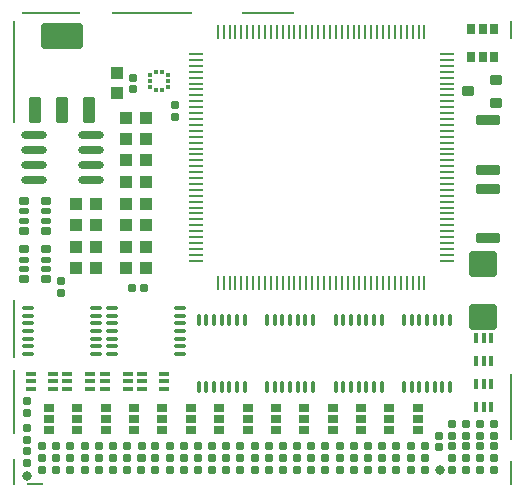
<source format=gtp>
G04*
G04 #@! TF.GenerationSoftware,Altium Limited,Altium Designer,25.1.2 (22)*
G04*
G04 Layer_Color=8421504*
%FSLAX25Y25*%
%MOIN*%
G70*
G04*
G04 #@! TF.SameCoordinates,316953A7-4FD3-42A9-9A14-D5A5DAD0ED6E*
G04*
G04*
G04 #@! TF.FilePolarity,Positive*
G04*
G01*
G75*
%ADD18R,0.00787X0.21260*%
%ADD19R,0.00787X0.09055*%
%ADD20R,0.00787X0.19685*%
%ADD21R,0.00787X0.07874*%
%ADD22R,0.19685X0.00787*%
%ADD23R,0.26772X0.00787*%
%ADD24R,0.17717X0.00787*%
%ADD25R,0.00787X0.22441*%
%ADD26R,0.00787X0.06299*%
%ADD27R,0.05512X0.00787*%
%ADD28R,0.00787X0.33858*%
%ADD29O,0.00866X0.05118*%
%ADD30O,0.05118X0.00866*%
G04:AMPARAMS|DCode=31|XSize=35.43mil|YSize=37.4mil|CornerRadius=3.54mil|HoleSize=0mil|Usage=FLASHONLY|Rotation=90.000|XOffset=0mil|YOffset=0mil|HoleType=Round|Shape=RoundedRectangle|*
%AMROUNDEDRECTD31*
21,1,0.03543,0.03032,0,0,90.0*
21,1,0.02835,0.03740,0,0,90.0*
1,1,0.00709,0.01516,0.01417*
1,1,0.00709,0.01516,-0.01417*
1,1,0.00709,-0.01516,-0.01417*
1,1,0.00709,-0.01516,0.01417*
%
%ADD31ROUNDEDRECTD31*%
G04:AMPARAMS|DCode=32|XSize=35.43mil|YSize=37.4mil|CornerRadius=3.54mil|HoleSize=0mil|Usage=FLASHONLY|Rotation=90.000|XOffset=0mil|YOffset=0mil|HoleType=Round|Shape=RoundedRectangle|*
%AMROUNDEDRECTD32*
21,1,0.03543,0.03032,0,0,90.0*
21,1,0.02835,0.03740,0,0,90.0*
1,1,0.00709,0.01516,0.01417*
1,1,0.00709,0.01516,-0.01417*
1,1,0.00709,-0.01516,-0.01417*
1,1,0.00709,-0.01516,0.01417*
%
%ADD32ROUNDEDRECTD32*%
G04:AMPARAMS|DCode=33|XSize=43.31mil|YSize=84.65mil|CornerRadius=4.33mil|HoleSize=0mil|Usage=FLASHONLY|Rotation=0.000|XOffset=0mil|YOffset=0mil|HoleType=Round|Shape=RoundedRectangle|*
%AMROUNDEDRECTD33*
21,1,0.04331,0.07598,0,0,0.0*
21,1,0.03465,0.08465,0,0,0.0*
1,1,0.00866,0.01732,-0.03799*
1,1,0.00866,-0.01732,-0.03799*
1,1,0.00866,-0.01732,0.03799*
1,1,0.00866,0.01732,0.03799*
%
%ADD33ROUNDEDRECTD33*%
G04:AMPARAMS|DCode=34|XSize=43.31mil|YSize=84.65mil|CornerRadius=4.33mil|HoleSize=0mil|Usage=FLASHONLY|Rotation=0.000|XOffset=0mil|YOffset=0mil|HoleType=Round|Shape=RoundedRectangle|*
%AMROUNDEDRECTD34*
21,1,0.04331,0.07599,0,0,0.0*
21,1,0.03465,0.08465,0,0,0.0*
1,1,0.00866,0.01732,-0.03799*
1,1,0.00866,-0.01732,-0.03799*
1,1,0.00866,-0.01732,0.03799*
1,1,0.00866,0.01732,0.03799*
%
%ADD34ROUNDEDRECTD34*%
G04:AMPARAMS|DCode=35|XSize=137.8mil|YSize=84.65mil|CornerRadius=8.47mil|HoleSize=0mil|Usage=FLASHONLY|Rotation=0.000|XOffset=0mil|YOffset=0mil|HoleType=Round|Shape=RoundedRectangle|*
%AMROUNDEDRECTD35*
21,1,0.13780,0.06772,0,0,0.0*
21,1,0.12087,0.08465,0,0,0.0*
1,1,0.01693,0.06043,-0.03386*
1,1,0.01693,-0.06043,-0.03386*
1,1,0.01693,-0.06043,0.03386*
1,1,0.01693,0.06043,0.03386*
%
%ADD35ROUNDEDRECTD35*%
G04:AMPARAMS|DCode=36|XSize=39.37mil|YSize=43.31mil|CornerRadius=3.94mil|HoleSize=0mil|Usage=FLASHONLY|Rotation=0.000|XOffset=0mil|YOffset=0mil|HoleType=Round|Shape=RoundedRectangle|*
%AMROUNDEDRECTD36*
21,1,0.03937,0.03543,0,0,0.0*
21,1,0.03150,0.04331,0,0,0.0*
1,1,0.00787,0.01575,-0.01772*
1,1,0.00787,-0.01575,-0.01772*
1,1,0.00787,-0.01575,0.01772*
1,1,0.00787,0.01575,0.01772*
%
%ADD36ROUNDEDRECTD36*%
G04:AMPARAMS|DCode=37|XSize=23.62mil|YSize=35.43mil|CornerRadius=2.36mil|HoleSize=0mil|Usage=FLASHONLY|Rotation=180.000|XOffset=0mil|YOffset=0mil|HoleType=Round|Shape=RoundedRectangle|*
%AMROUNDEDRECTD37*
21,1,0.02362,0.03071,0,0,180.0*
21,1,0.01890,0.03543,0,0,180.0*
1,1,0.00472,-0.00945,0.01535*
1,1,0.00472,0.00945,0.01535*
1,1,0.00472,0.00945,-0.01535*
1,1,0.00472,-0.00945,-0.01535*
%
%ADD37ROUNDEDRECTD37*%
G04:AMPARAMS|DCode=38|XSize=27.56mil|YSize=23.62mil|CornerRadius=2.36mil|HoleSize=0mil|Usage=FLASHONLY|Rotation=180.000|XOffset=0mil|YOffset=0mil|HoleType=Round|Shape=RoundedRectangle|*
%AMROUNDEDRECTD38*
21,1,0.02756,0.01890,0,0,180.0*
21,1,0.02284,0.02362,0,0,180.0*
1,1,0.00472,-0.01142,0.00945*
1,1,0.00472,0.01142,0.00945*
1,1,0.00472,0.01142,-0.00945*
1,1,0.00472,-0.01142,-0.00945*
%
%ADD38ROUNDEDRECTD38*%
G04:AMPARAMS|DCode=39|XSize=23.62mil|YSize=35.43mil|CornerRadius=2.36mil|HoleSize=0mil|Usage=FLASHONLY|Rotation=270.000|XOffset=0mil|YOffset=0mil|HoleType=Round|Shape=RoundedRectangle|*
%AMROUNDEDRECTD39*
21,1,0.02362,0.03071,0,0,270.0*
21,1,0.01890,0.03543,0,0,270.0*
1,1,0.00472,-0.01535,-0.00945*
1,1,0.00472,-0.01535,0.00945*
1,1,0.00472,0.01535,0.00945*
1,1,0.00472,0.01535,-0.00945*
%
%ADD39ROUNDEDRECTD39*%
G04:AMPARAMS|DCode=40|XSize=86.61mil|YSize=90.55mil|CornerRadius=8.66mil|HoleSize=0mil|Usage=FLASHONLY|Rotation=90.000|XOffset=0mil|YOffset=0mil|HoleType=Round|Shape=RoundedRectangle|*
%AMROUNDEDRECTD40*
21,1,0.08661,0.07323,0,0,90.0*
21,1,0.06929,0.09055,0,0,90.0*
1,1,0.01732,0.03661,0.03465*
1,1,0.01732,0.03661,-0.03465*
1,1,0.01732,-0.03661,-0.03465*
1,1,0.01732,-0.03661,0.03465*
%
%ADD40ROUNDEDRECTD40*%
%ADD41C,0.03150*%
G04:AMPARAMS|DCode=42|XSize=25.59mil|YSize=31.5mil|CornerRadius=2.56mil|HoleSize=0mil|Usage=FLASHONLY|Rotation=90.000|XOffset=0mil|YOffset=0mil|HoleType=Round|Shape=RoundedRectangle|*
%AMROUNDEDRECTD42*
21,1,0.02559,0.02638,0,0,90.0*
21,1,0.02047,0.03150,0,0,90.0*
1,1,0.00512,0.01319,0.01024*
1,1,0.00512,0.01319,-0.01024*
1,1,0.00512,-0.01319,-0.01024*
1,1,0.00512,-0.01319,0.01024*
%
%ADD42ROUNDEDRECTD42*%
G04:AMPARAMS|DCode=43|XSize=17.72mil|YSize=31.5mil|CornerRadius=1.77mil|HoleSize=0mil|Usage=FLASHONLY|Rotation=90.000|XOffset=0mil|YOffset=0mil|HoleType=Round|Shape=RoundedRectangle|*
%AMROUNDEDRECTD43*
21,1,0.01772,0.02795,0,0,90.0*
21,1,0.01417,0.03150,0,0,90.0*
1,1,0.00354,0.01398,0.00709*
1,1,0.00354,0.01398,-0.00709*
1,1,0.00354,-0.01398,-0.00709*
1,1,0.00354,-0.01398,0.00709*
%
%ADD43ROUNDEDRECTD43*%
G04:AMPARAMS|DCode=44|XSize=31.5mil|YSize=78.74mil|CornerRadius=3.15mil|HoleSize=0mil|Usage=FLASHONLY|Rotation=90.000|XOffset=0mil|YOffset=0mil|HoleType=Round|Shape=RoundedRectangle|*
%AMROUNDEDRECTD44*
21,1,0.03150,0.07244,0,0,90.0*
21,1,0.02520,0.07874,0,0,90.0*
1,1,0.00630,0.03622,0.01260*
1,1,0.00630,0.03622,-0.01260*
1,1,0.00630,-0.03622,-0.01260*
1,1,0.00630,-0.03622,0.01260*
%
%ADD44ROUNDEDRECTD44*%
%ADD45O,0.01181X0.04331*%
%ADD46O,0.04331X0.01181*%
G04:AMPARAMS|DCode=47|XSize=12.6mil|YSize=31.5mil|CornerRadius=1.26mil|HoleSize=0mil|Usage=FLASHONLY|Rotation=90.000|XOffset=0mil|YOffset=0mil|HoleType=Round|Shape=RoundedRectangle|*
%AMROUNDEDRECTD47*
21,1,0.01260,0.02898,0,0,90.0*
21,1,0.01008,0.03150,0,0,90.0*
1,1,0.00252,0.01449,0.00504*
1,1,0.00252,0.01449,-0.00504*
1,1,0.00252,-0.01449,-0.00504*
1,1,0.00252,-0.01449,0.00504*
%
%ADD47ROUNDEDRECTD47*%
%ADD48O,0.08661X0.02362*%
G04:AMPARAMS|DCode=49|XSize=12.6mil|YSize=31.5mil|CornerRadius=1.26mil|HoleSize=0mil|Usage=FLASHONLY|Rotation=180.000|XOffset=0mil|YOffset=0mil|HoleType=Round|Shape=RoundedRectangle|*
%AMROUNDEDRECTD49*
21,1,0.01260,0.02898,0,0,180.0*
21,1,0.01008,0.03150,0,0,180.0*
1,1,0.00252,-0.00504,0.01449*
1,1,0.00252,0.00504,0.01449*
1,1,0.00252,0.00504,-0.01449*
1,1,0.00252,-0.00504,-0.01449*
%
%ADD49ROUNDEDRECTD49*%
%ADD50R,0.01476X0.01378*%
%ADD51R,0.01378X0.01476*%
G04:AMPARAMS|DCode=52|XSize=39.37mil|YSize=43.31mil|CornerRadius=3.94mil|HoleSize=0mil|Usage=FLASHONLY|Rotation=270.000|XOffset=0mil|YOffset=0mil|HoleType=Round|Shape=RoundedRectangle|*
%AMROUNDEDRECTD52*
21,1,0.03937,0.03543,0,0,270.0*
21,1,0.03150,0.04331,0,0,270.0*
1,1,0.00787,-0.01772,-0.01575*
1,1,0.00787,-0.01772,0.01575*
1,1,0.00787,0.01772,0.01575*
1,1,0.00787,0.01772,-0.01575*
%
%ADD52ROUNDEDRECTD52*%
G04:AMPARAMS|DCode=53|XSize=27.56mil|YSize=23.62mil|CornerRadius=2.36mil|HoleSize=0mil|Usage=FLASHONLY|Rotation=90.000|XOffset=0mil|YOffset=0mil|HoleType=Round|Shape=RoundedRectangle|*
%AMROUNDEDRECTD53*
21,1,0.02756,0.01890,0,0,90.0*
21,1,0.02284,0.02362,0,0,90.0*
1,1,0.00472,0.00945,0.01142*
1,1,0.00472,0.00945,-0.01142*
1,1,0.00472,-0.00945,-0.01142*
1,1,0.00472,-0.00945,0.01142*
%
%ADD53ROUNDEDRECTD53*%
D18*
X394Y27559D02*
D03*
D19*
X394Y4528D02*
D03*
D20*
X394Y51968D02*
D03*
D21*
X166142Y3937D02*
D03*
D22*
X12992Y157480D02*
D03*
D23*
X46457D02*
D03*
D24*
X85236Y157480D02*
D03*
D25*
X166142Y26181D02*
D03*
D26*
Y151575D02*
D03*
D27*
X7480Y394D02*
D03*
D28*
X394Y137795D02*
D03*
D29*
X68405Y151083D02*
D03*
X70374D02*
D03*
X72342Y151083D02*
D03*
X74311D02*
D03*
X76279D02*
D03*
X78248D02*
D03*
X80216D02*
D03*
X82185Y151083D02*
D03*
X84153D02*
D03*
X86122D02*
D03*
X88090Y151083D02*
D03*
X90059D02*
D03*
X92028D02*
D03*
X93996D02*
D03*
X95965D02*
D03*
X97933D02*
D03*
X99902D02*
D03*
X101870D02*
D03*
X103839D02*
D03*
X105807D02*
D03*
X107776D02*
D03*
X109744Y151083D02*
D03*
X111713Y151083D02*
D03*
X113681D02*
D03*
X115650D02*
D03*
X117618D02*
D03*
X119587D02*
D03*
X121555Y151083D02*
D03*
X123524D02*
D03*
X125492D02*
D03*
X127461Y151083D02*
D03*
X129429D02*
D03*
X131398D02*
D03*
X133366D02*
D03*
X135335D02*
D03*
X137303Y151083D02*
D03*
Y67421D02*
D03*
X135335Y67421D02*
D03*
X133366D02*
D03*
X131398D02*
D03*
X129429D02*
D03*
X127461D02*
D03*
X125492Y67421D02*
D03*
X123524D02*
D03*
X121555D02*
D03*
X119587Y67421D02*
D03*
X117618D02*
D03*
X115650D02*
D03*
X113681D02*
D03*
X111713D02*
D03*
X109744Y67421D02*
D03*
X107776Y67421D02*
D03*
X105807D02*
D03*
X103839D02*
D03*
X101870D02*
D03*
X99902D02*
D03*
X97933D02*
D03*
X95965D02*
D03*
X93996D02*
D03*
X92028D02*
D03*
X90059D02*
D03*
X88090D02*
D03*
X86122Y67421D02*
D03*
X84153D02*
D03*
X82185D02*
D03*
X80216Y67421D02*
D03*
X78248D02*
D03*
X76279D02*
D03*
X74311D02*
D03*
X72342D02*
D03*
X70374Y67421D02*
D03*
X68405D02*
D03*
D30*
X144685Y143701D02*
D03*
Y141732D02*
D03*
X144685Y139764D02*
D03*
Y137795D02*
D03*
Y135827D02*
D03*
Y133858D02*
D03*
Y131890D02*
D03*
X144685Y129921D02*
D03*
Y127953D02*
D03*
Y125984D02*
D03*
X144685Y124016D02*
D03*
Y122047D02*
D03*
Y120079D02*
D03*
Y118110D02*
D03*
Y116142D02*
D03*
Y114173D02*
D03*
Y112205D02*
D03*
Y110236D02*
D03*
Y108268D02*
D03*
Y106299D02*
D03*
Y104331D02*
D03*
X144685Y102362D02*
D03*
X144685Y100394D02*
D03*
Y98425D02*
D03*
Y96457D02*
D03*
Y94488D02*
D03*
Y92520D02*
D03*
X144685Y90551D02*
D03*
Y88583D02*
D03*
Y86614D02*
D03*
X144685Y84646D02*
D03*
Y82677D02*
D03*
Y80709D02*
D03*
Y78740D02*
D03*
Y76772D02*
D03*
X144685Y74803D02*
D03*
X61024D02*
D03*
X61024Y76772D02*
D03*
Y78740D02*
D03*
Y80709D02*
D03*
Y82677D02*
D03*
Y84646D02*
D03*
X61024Y86614D02*
D03*
Y88583D02*
D03*
Y90551D02*
D03*
X61024Y92520D02*
D03*
Y94488D02*
D03*
Y96457D02*
D03*
Y98425D02*
D03*
Y100394D02*
D03*
X61024Y102362D02*
D03*
X61024Y104331D02*
D03*
Y106299D02*
D03*
Y108268D02*
D03*
Y110236D02*
D03*
Y112205D02*
D03*
Y114173D02*
D03*
Y116142D02*
D03*
Y118110D02*
D03*
Y120079D02*
D03*
Y122047D02*
D03*
Y124016D02*
D03*
X61024Y125984D02*
D03*
Y127953D02*
D03*
Y129921D02*
D03*
X61024Y131890D02*
D03*
Y133858D02*
D03*
Y135827D02*
D03*
Y137795D02*
D03*
Y139764D02*
D03*
X61024Y141732D02*
D03*
Y143701D02*
D03*
D31*
X161030Y127512D02*
D03*
X151778Y131252D02*
D03*
D32*
X161030Y134992D02*
D03*
D33*
X7480Y125197D02*
D03*
X25591D02*
D03*
D34*
X16535D02*
D03*
D35*
X16535Y149606D02*
D03*
D36*
X37795Y101181D02*
D03*
X44488Y101181D02*
D03*
Y108268D02*
D03*
X37795D02*
D03*
Y115354D02*
D03*
X44488D02*
D03*
Y122441D02*
D03*
X37795D02*
D03*
X27953Y93701D02*
D03*
X21260D02*
D03*
X44488Y93701D02*
D03*
X37795Y93701D02*
D03*
X27953Y86614D02*
D03*
X21260Y86614D02*
D03*
X44488Y86614D02*
D03*
X37795D02*
D03*
X27953Y79528D02*
D03*
X21260D02*
D03*
X44488D02*
D03*
X37795D02*
D03*
X21260Y72441D02*
D03*
X27953Y72441D02*
D03*
X44488Y72441D02*
D03*
X37795D02*
D03*
D37*
X160431Y152139D02*
D03*
X156691D02*
D03*
X152950D02*
D03*
Y142690D02*
D03*
X156691D02*
D03*
X160431D02*
D03*
D38*
X4724Y7480D02*
D03*
Y11417D02*
D03*
X151181Y20472D02*
D03*
Y16535D02*
D03*
X47638Y9055D02*
D03*
Y5118D02*
D03*
X61811Y9055D02*
D03*
X61811Y5118D02*
D03*
X80709Y12992D02*
D03*
Y9055D02*
D03*
Y5118D02*
D03*
Y9055D02*
D03*
X90158D02*
D03*
X90158Y12992D02*
D03*
X90158Y9055D02*
D03*
X90158Y5118D02*
D03*
X113780Y12992D02*
D03*
Y9055D02*
D03*
X137402D02*
D03*
X137402Y12992D02*
D03*
X137402Y9055D02*
D03*
X137402Y5118D02*
D03*
X54036Y122835D02*
D03*
Y126772D02*
D03*
X142126Y12598D02*
D03*
Y16535D02*
D03*
X4724Y28150D02*
D03*
Y24213D02*
D03*
X16142Y64173D02*
D03*
Y68110D02*
D03*
X160630Y16535D02*
D03*
Y20472D02*
D03*
X155905Y16535D02*
D03*
Y20472D02*
D03*
X146457Y16535D02*
D03*
Y20472D02*
D03*
X9843Y9055D02*
D03*
Y12992D02*
D03*
X14567Y9055D02*
D03*
Y12992D02*
D03*
X19291Y9055D02*
D03*
Y12992D02*
D03*
X24016Y9055D02*
D03*
Y12992D02*
D03*
X9843Y9055D02*
D03*
Y5118D02*
D03*
X14567Y9055D02*
D03*
Y5118D02*
D03*
X19291Y9055D02*
D03*
Y5118D02*
D03*
X24016Y9055D02*
D03*
Y5118D02*
D03*
X28740Y9055D02*
D03*
Y12992D02*
D03*
X33465Y9055D02*
D03*
Y12992D02*
D03*
X38189Y9055D02*
D03*
X38189Y12992D02*
D03*
X43031Y9055D02*
D03*
Y12992D02*
D03*
X28740Y9055D02*
D03*
Y5118D02*
D03*
X33465Y9055D02*
D03*
Y5118D02*
D03*
X38189Y9055D02*
D03*
X38189Y5118D02*
D03*
X42913Y9055D02*
D03*
Y5118D02*
D03*
X47638Y9055D02*
D03*
Y12992D02*
D03*
X52362Y9055D02*
D03*
Y12992D02*
D03*
X57087Y9055D02*
D03*
Y12992D02*
D03*
X61811Y9055D02*
D03*
Y12992D02*
D03*
X52362Y9055D02*
D03*
X52362Y5118D02*
D03*
X57087Y9055D02*
D03*
Y5118D02*
D03*
X66536Y12992D02*
D03*
Y9055D02*
D03*
X71260Y12992D02*
D03*
Y9055D02*
D03*
X75984Y12992D02*
D03*
Y9055D02*
D03*
X66536Y5118D02*
D03*
Y9055D02*
D03*
X71260Y5118D02*
D03*
Y9055D02*
D03*
X75984Y5118D02*
D03*
Y9055D02*
D03*
X85433D02*
D03*
Y12992D02*
D03*
X94882Y9055D02*
D03*
Y12992D02*
D03*
X99606Y9055D02*
D03*
Y12992D02*
D03*
X85433Y9055D02*
D03*
Y5118D02*
D03*
X94882Y9055D02*
D03*
Y5118D02*
D03*
X99606Y9055D02*
D03*
Y5118D02*
D03*
X104331Y12992D02*
D03*
Y9055D02*
D03*
X109055Y12992D02*
D03*
Y9055D02*
D03*
X118504Y12992D02*
D03*
Y9055D02*
D03*
X104331Y5118D02*
D03*
Y9055D02*
D03*
X109055Y5118D02*
D03*
Y9055D02*
D03*
X113780Y5118D02*
D03*
Y9055D02*
D03*
X118504Y5118D02*
D03*
Y9055D02*
D03*
X123228D02*
D03*
X123228Y12992D02*
D03*
X127953Y9055D02*
D03*
Y12992D02*
D03*
X132677Y9055D02*
D03*
Y12992D02*
D03*
X123228Y9055D02*
D03*
X123228Y5118D02*
D03*
X127953Y9055D02*
D03*
Y5118D02*
D03*
X132677Y9055D02*
D03*
Y5118D02*
D03*
X146457Y12992D02*
D03*
Y9055D02*
D03*
X151181Y12992D02*
D03*
Y9055D02*
D03*
X155905Y12992D02*
D03*
Y9055D02*
D03*
X160630Y12992D02*
D03*
Y9055D02*
D03*
X146457Y5118D02*
D03*
Y9055D02*
D03*
X151181Y5118D02*
D03*
Y9055D02*
D03*
X155905Y5118D02*
D03*
Y9055D02*
D03*
X160630Y5118D02*
D03*
Y9055D02*
D03*
X4724Y19094D02*
D03*
Y15157D02*
D03*
X40157Y131890D02*
D03*
Y135827D02*
D03*
D39*
X59449Y25787D02*
D03*
Y22047D02*
D03*
Y18307D02*
D03*
X50000Y18307D02*
D03*
Y22047D02*
D03*
X50000Y25787D02*
D03*
X21654D02*
D03*
X21654Y22047D02*
D03*
Y18307D02*
D03*
X12205D02*
D03*
Y22047D02*
D03*
X12205Y25787D02*
D03*
X40551Y25787D02*
D03*
Y22047D02*
D03*
Y18307D02*
D03*
X31102Y18307D02*
D03*
Y22047D02*
D03*
Y25787D02*
D03*
X78347D02*
D03*
Y22047D02*
D03*
Y18307D02*
D03*
X68898Y18307D02*
D03*
Y22047D02*
D03*
X68898Y25787D02*
D03*
X97244D02*
D03*
Y22047D02*
D03*
Y18307D02*
D03*
X87795D02*
D03*
Y22047D02*
D03*
Y25787D02*
D03*
X116142Y25787D02*
D03*
Y22047D02*
D03*
Y18307D02*
D03*
X106693D02*
D03*
Y22047D02*
D03*
Y25787D02*
D03*
X135039D02*
D03*
Y22047D02*
D03*
Y18307D02*
D03*
X125591Y18307D02*
D03*
Y22047D02*
D03*
X125591Y25787D02*
D03*
D40*
X156693Y55905D02*
D03*
Y73622D02*
D03*
D41*
X142402Y5118D02*
D03*
X4724Y3150D02*
D03*
D42*
X11024Y78642D02*
D03*
X3937D02*
D03*
Y68602D02*
D03*
X11024D02*
D03*
Y84744D02*
D03*
X3937D02*
D03*
Y94784D02*
D03*
X11024D02*
D03*
D43*
X3937Y72047D02*
D03*
Y75197D02*
D03*
X11024D02*
D03*
Y72047D02*
D03*
Y88189D02*
D03*
Y91339D02*
D03*
X3937D02*
D03*
Y88189D02*
D03*
D44*
X158661Y121653D02*
D03*
Y105118D02*
D03*
Y82284D02*
D03*
Y98819D02*
D03*
D45*
X145866Y55118D02*
D03*
X143307D02*
D03*
X140748D02*
D03*
X138189D02*
D03*
X135630D02*
D03*
X133071D02*
D03*
X130512D02*
D03*
X145866Y32677D02*
D03*
X143307Y32677D02*
D03*
X140748D02*
D03*
X138189Y32677D02*
D03*
X135630Y32677D02*
D03*
X133071D02*
D03*
X130512Y32677D02*
D03*
X77362Y55118D02*
D03*
X74803D02*
D03*
X72244D02*
D03*
X69685D02*
D03*
X67126D02*
D03*
X64567D02*
D03*
X62008D02*
D03*
X77362Y32677D02*
D03*
X74803D02*
D03*
X72244D02*
D03*
X69685D02*
D03*
X67126D02*
D03*
X64567D02*
D03*
X62008D02*
D03*
X100197Y55118D02*
D03*
X97638D02*
D03*
X95079D02*
D03*
X92520D02*
D03*
X89961D02*
D03*
X87402D02*
D03*
X84843D02*
D03*
X100197Y32677D02*
D03*
X97638D02*
D03*
X95079D02*
D03*
X92520D02*
D03*
X89961D02*
D03*
X87402D02*
D03*
X84843D02*
D03*
X123031Y55118D02*
D03*
X120472D02*
D03*
X117913D02*
D03*
X115354D02*
D03*
X112795D02*
D03*
X110236D02*
D03*
X107677D02*
D03*
X123031Y32677D02*
D03*
X120472D02*
D03*
X117913D02*
D03*
X115354D02*
D03*
X112795D02*
D03*
X110236D02*
D03*
X107677D02*
D03*
D46*
X55709Y43701D02*
D03*
Y46260D02*
D03*
Y48819D02*
D03*
Y51378D02*
D03*
Y53937D02*
D03*
Y56496D02*
D03*
Y59055D02*
D03*
X33268Y43701D02*
D03*
Y46260D02*
D03*
Y48819D02*
D03*
Y51378D02*
D03*
Y53937D02*
D03*
Y56496D02*
D03*
Y59055D02*
D03*
X27756Y43701D02*
D03*
Y46260D02*
D03*
Y48819D02*
D03*
Y51378D02*
D03*
Y53937D02*
D03*
Y56496D02*
D03*
Y59055D02*
D03*
X5315Y43701D02*
D03*
Y46260D02*
D03*
Y48819D02*
D03*
Y51378D02*
D03*
Y53937D02*
D03*
Y56496D02*
D03*
Y59055D02*
D03*
D47*
X38386Y32087D02*
D03*
Y34646D02*
D03*
Y37205D02*
D03*
X30906Y32087D02*
D03*
Y34646D02*
D03*
Y37205D02*
D03*
X18307Y37205D02*
D03*
Y34646D02*
D03*
Y32087D02*
D03*
X25787Y37205D02*
D03*
Y34646D02*
D03*
Y32087D02*
D03*
X13583Y32087D02*
D03*
Y34646D02*
D03*
Y37205D02*
D03*
X6102Y32087D02*
D03*
Y34646D02*
D03*
Y37205D02*
D03*
X43110Y37205D02*
D03*
Y34646D02*
D03*
Y32087D02*
D03*
X50591Y37205D02*
D03*
Y34646D02*
D03*
Y32087D02*
D03*
D48*
X7284Y116557D02*
D03*
X7284Y111557D02*
D03*
X7284Y106557D02*
D03*
Y101557D02*
D03*
X26182Y116557D02*
D03*
X26182Y111557D02*
D03*
X26182Y106557D02*
D03*
Y101557D02*
D03*
D49*
X159646Y49016D02*
D03*
X157087D02*
D03*
X154528D02*
D03*
X159646Y41535D02*
D03*
X157087Y41535D02*
D03*
X154528Y41535D02*
D03*
X159646Y33661D02*
D03*
X157087Y33661D02*
D03*
X154528Y33661D02*
D03*
X159646Y26181D02*
D03*
X157087D02*
D03*
X154528D02*
D03*
D50*
X45817Y132677D02*
D03*
Y134646D02*
D03*
Y136614D02*
D03*
X51821D02*
D03*
Y134646D02*
D03*
Y132677D02*
D03*
D51*
X47835Y137648D02*
D03*
X49803D02*
D03*
Y131644D02*
D03*
X47835D02*
D03*
D52*
X34941Y130709D02*
D03*
Y137402D02*
D03*
D53*
X43701Y65748D02*
D03*
X39764D02*
D03*
M02*

</source>
